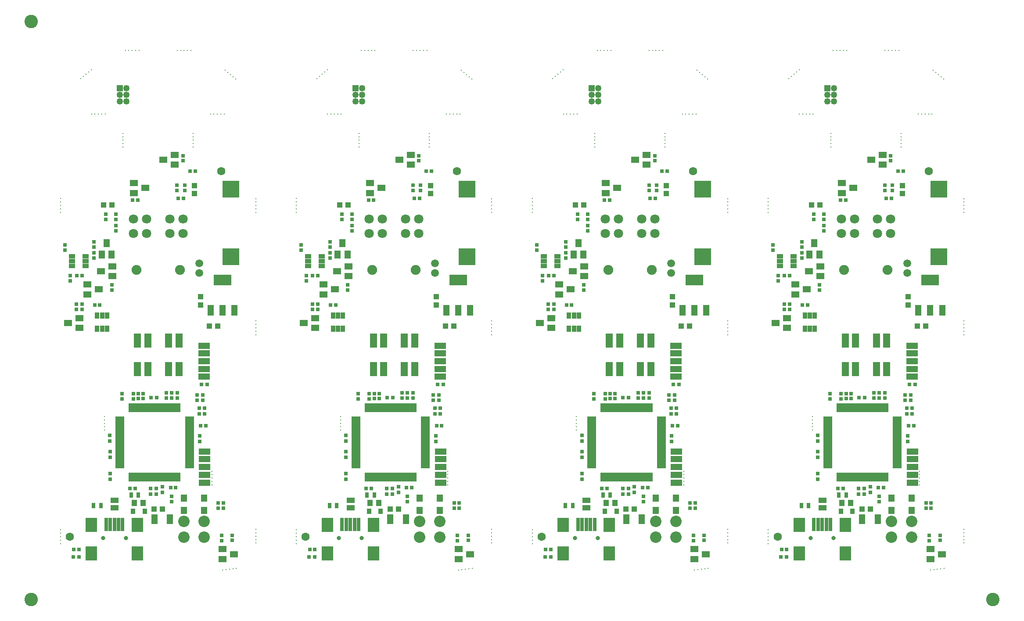
<source format=gbs>
G04*
G04 #@! TF.GenerationSoftware,Altium Limited,Altium Designer,18.0.9 (584)*
G04*
G04 Layer_Color=16711935*
%FSLAX44Y44*%
%MOMM*%
G71*
G01*
G75*
%ADD89C,2.6000*%
%ADD90R,2.2032X1.2222*%
%ADD92R,1.1032X1.1032*%
%ADD93R,0.8032X0.8032*%
%ADD94R,0.8032X0.8032*%
%ADD95R,1.1032X1.1032*%
%ADD108R,1.2032X1.6032*%
%ADD109R,0.8032X0.7032*%
%ADD111R,0.7032X0.8032*%
%ADD115R,1.2032X0.9032*%
%ADD116R,0.9032X1.2032*%
%ADD120C,1.6000*%
%ADD121R,1.6032X1.2032*%
%ADD129C,0.2032*%
%ADD130C,0.9032*%
%ADD131C,1.8034*%
%ADD132C,2.2032*%
%ADD133C,1.9024*%
%ADD134C,1.5028*%
%ADD135C,0.8032*%
%ADD136C,1.2532*%
%ADD137R,1.2532X1.2532*%
%ADD138R,0.8332X1.0332*%
%ADD139R,1.2032X1.9032*%
%ADD140R,0.8032X1.0032*%
%ADD141R,1.1032X1.2032*%
%ADD142R,0.5032X1.7032*%
%ADD143R,1.7032X0.5032*%
%ADD144R,3.2032X3.2032*%
%ADD145R,2.2032X2.7032*%
%ADD146R,0.7032X2.5032*%
%ADD147R,0.5032X1.0532*%
%ADD148R,3.4532X2.1032*%
%ADD149R,1.1532X2.1032*%
%ADD150R,1.3032X1.4532*%
%ADD151R,1.4032X2.7032*%
D89*
X70000Y70000D02*
D03*
X1925430D02*
D03*
X70000Y1185250D02*
D03*
D90*
X403893Y499691D02*
D03*
Y514691D02*
D03*
Y529691D02*
D03*
Y544691D02*
D03*
Y559691D02*
D03*
X404501Y355489D02*
D03*
Y340489D02*
D03*
Y325489D02*
D03*
Y310489D02*
D03*
Y295489D02*
D03*
X859000Y499691D02*
D03*
Y514691D02*
D03*
Y529691D02*
D03*
Y544691D02*
D03*
Y559691D02*
D03*
X859608Y355489D02*
D03*
Y340489D02*
D03*
Y325489D02*
D03*
Y310489D02*
D03*
Y295489D02*
D03*
X1314107Y499691D02*
D03*
Y514691D02*
D03*
Y529691D02*
D03*
Y544691D02*
D03*
Y559691D02*
D03*
X1314716Y355489D02*
D03*
Y340489D02*
D03*
Y325489D02*
D03*
Y310489D02*
D03*
Y295489D02*
D03*
X1769215Y499691D02*
D03*
Y514691D02*
D03*
Y529691D02*
D03*
Y544691D02*
D03*
Y559691D02*
D03*
X1769823Y355489D02*
D03*
Y340489D02*
D03*
Y325489D02*
D03*
Y310489D02*
D03*
Y295489D02*
D03*
D92*
X385351Y852742D02*
D03*
Y868742D02*
D03*
X396781Y638112D02*
D03*
Y654112D02*
D03*
X840458Y852742D02*
D03*
Y868742D02*
D03*
X851888Y638112D02*
D03*
Y654112D02*
D03*
X1295566Y852742D02*
D03*
Y868742D02*
D03*
X1306996Y638112D02*
D03*
Y654112D02*
D03*
X1750673Y852742D02*
D03*
Y868742D02*
D03*
X1762103Y638112D02*
D03*
Y654112D02*
D03*
D93*
X222029Y375222D02*
D03*
Y386222D02*
D03*
X222309Y355032D02*
D03*
Y344032D02*
D03*
X395501Y386000D02*
D03*
Y375000D02*
D03*
X222283Y301816D02*
D03*
Y312816D02*
D03*
X323501Y276250D02*
D03*
Y287250D02*
D03*
X677136Y375222D02*
D03*
Y386222D02*
D03*
X677416Y355032D02*
D03*
Y344032D02*
D03*
X850608Y386000D02*
D03*
Y375000D02*
D03*
X677390Y301816D02*
D03*
Y312816D02*
D03*
X778608Y276250D02*
D03*
Y287250D02*
D03*
X1132244Y375222D02*
D03*
Y386222D02*
D03*
X1132524Y355032D02*
D03*
Y344032D02*
D03*
X1305716Y386000D02*
D03*
Y375000D02*
D03*
X1132498Y301816D02*
D03*
Y312816D02*
D03*
X1233716Y276250D02*
D03*
Y287250D02*
D03*
X1587351Y375222D02*
D03*
Y386222D02*
D03*
X1587631Y355032D02*
D03*
Y344032D02*
D03*
X1760823Y386000D02*
D03*
Y375000D02*
D03*
X1587605Y301816D02*
D03*
Y312816D02*
D03*
X1688823Y276250D02*
D03*
Y287250D02*
D03*
D94*
X312301Y459200D02*
D03*
X301301D02*
D03*
X311751Y273000D02*
D03*
X300751D02*
D03*
X311751Y284500D02*
D03*
X300751D02*
D03*
X151250Y152065D02*
D03*
X162250D02*
D03*
X409813Y485204D02*
D03*
X398813D02*
D03*
X767408Y459200D02*
D03*
X756408D02*
D03*
X766858Y273000D02*
D03*
X755858D02*
D03*
X766858Y284500D02*
D03*
X755858D02*
D03*
X606358Y152065D02*
D03*
X617358D02*
D03*
X864920Y485204D02*
D03*
X853920D02*
D03*
X1222516Y459200D02*
D03*
X1211516D02*
D03*
X1221966Y273000D02*
D03*
X1210966D02*
D03*
X1221966Y284500D02*
D03*
X1210966D02*
D03*
X1061465Y152065D02*
D03*
X1072465D02*
D03*
X1320028Y485204D02*
D03*
X1309028D02*
D03*
X1677623Y459200D02*
D03*
X1666623D02*
D03*
X1677073Y273000D02*
D03*
X1666073D02*
D03*
X1677073Y284500D02*
D03*
X1666073D02*
D03*
X1516573Y152065D02*
D03*
X1527573D02*
D03*
X1775135Y485204D02*
D03*
X1764135D02*
D03*
D95*
X210091Y831152D02*
D03*
X226091D02*
D03*
X307501Y244500D02*
D03*
X323501D02*
D03*
X430079Y597270D02*
D03*
X414079D02*
D03*
X665198Y831152D02*
D03*
X681198D02*
D03*
X762608Y244500D02*
D03*
X778608D02*
D03*
X885186Y597270D02*
D03*
X869186D02*
D03*
X1120306Y831152D02*
D03*
X1136306D02*
D03*
X1217716Y244500D02*
D03*
X1233716D02*
D03*
X1340294Y597270D02*
D03*
X1324294D02*
D03*
X1575413Y831152D02*
D03*
X1591413D02*
D03*
X1672823Y244500D02*
D03*
X1688823D02*
D03*
X1795401Y597270D02*
D03*
X1779401D02*
D03*
D108*
X206051Y735700D02*
D03*
X225051D02*
D03*
X215551Y757700D02*
D03*
X661158Y735700D02*
D03*
X680158D02*
D03*
X670658Y757700D02*
D03*
X1116266Y735700D02*
D03*
X1135266D02*
D03*
X1125766Y757700D02*
D03*
X1571373Y735700D02*
D03*
X1590373D02*
D03*
X1580873Y757700D02*
D03*
D109*
X233501Y803250D02*
D03*
Y813250D02*
D03*
X362771Y916200D02*
D03*
Y926200D02*
D03*
X458051Y183950D02*
D03*
Y193950D02*
D03*
X437301Y193200D02*
D03*
Y183200D02*
D03*
X351595Y468492D02*
D03*
Y458492D02*
D03*
X340927Y468586D02*
D03*
Y458586D02*
D03*
X330513Y468492D02*
D03*
Y458492D02*
D03*
X267023Y467052D02*
D03*
Y457052D02*
D03*
X276773Y467302D02*
D03*
Y457302D02*
D03*
X286023Y467302D02*
D03*
Y457302D02*
D03*
X366301Y859200D02*
D03*
Y869200D02*
D03*
X351551Y859200D02*
D03*
Y869200D02*
D03*
X390251Y464750D02*
D03*
Y454750D02*
D03*
X401251Y464750D02*
D03*
Y454750D02*
D03*
X245651Y456662D02*
D03*
Y466662D02*
D03*
X233501Y781500D02*
D03*
Y791500D02*
D03*
X214251Y803250D02*
D03*
Y813250D02*
D03*
X145801Y694950D02*
D03*
Y684950D02*
D03*
X135301Y754200D02*
D03*
Y744200D02*
D03*
X225551Y676700D02*
D03*
Y666700D02*
D03*
X191301Y738950D02*
D03*
Y728950D02*
D03*
Y749700D02*
D03*
Y759700D02*
D03*
X168181Y629795D02*
D03*
Y639795D02*
D03*
X157513Y629795D02*
D03*
Y639795D02*
D03*
X340901Y258542D02*
D03*
Y268542D02*
D03*
X688608Y803250D02*
D03*
Y813250D02*
D03*
X817878Y916200D02*
D03*
Y926200D02*
D03*
X913158Y183950D02*
D03*
Y193950D02*
D03*
X892408Y193200D02*
D03*
Y183200D02*
D03*
X806702Y468492D02*
D03*
Y458492D02*
D03*
X796034Y468586D02*
D03*
Y458586D02*
D03*
X785620Y468492D02*
D03*
Y458492D02*
D03*
X722130Y467052D02*
D03*
Y457052D02*
D03*
X731880Y467302D02*
D03*
Y457302D02*
D03*
X741130Y467302D02*
D03*
Y457302D02*
D03*
X821408Y859200D02*
D03*
Y869200D02*
D03*
X806658Y859200D02*
D03*
Y869200D02*
D03*
X845358Y464750D02*
D03*
Y454750D02*
D03*
X856358Y464750D02*
D03*
Y454750D02*
D03*
X700758Y456662D02*
D03*
Y466662D02*
D03*
X688608Y781500D02*
D03*
Y791500D02*
D03*
X669358Y803250D02*
D03*
Y813250D02*
D03*
X600908Y694950D02*
D03*
Y684950D02*
D03*
X590408Y754200D02*
D03*
Y744200D02*
D03*
X680658Y676700D02*
D03*
Y666700D02*
D03*
X646408Y738950D02*
D03*
Y728950D02*
D03*
Y749700D02*
D03*
Y759700D02*
D03*
X623288Y629795D02*
D03*
Y639795D02*
D03*
X612620Y629795D02*
D03*
Y639795D02*
D03*
X796008Y258542D02*
D03*
Y268542D02*
D03*
X1143716Y803250D02*
D03*
Y813250D02*
D03*
X1272986Y916200D02*
D03*
Y926200D02*
D03*
X1368266Y183950D02*
D03*
Y193950D02*
D03*
X1347516Y193200D02*
D03*
Y183200D02*
D03*
X1261810Y468492D02*
D03*
Y458492D02*
D03*
X1251142Y468586D02*
D03*
Y458586D02*
D03*
X1240728Y468492D02*
D03*
Y458492D02*
D03*
X1177238Y467052D02*
D03*
Y457052D02*
D03*
X1186988Y467302D02*
D03*
Y457302D02*
D03*
X1196238Y467302D02*
D03*
Y457302D02*
D03*
X1276516Y859200D02*
D03*
Y869200D02*
D03*
X1261766Y859200D02*
D03*
Y869200D02*
D03*
X1300466Y464750D02*
D03*
Y454750D02*
D03*
X1311466Y464750D02*
D03*
Y454750D02*
D03*
X1155866Y456662D02*
D03*
Y466662D02*
D03*
X1143716Y781500D02*
D03*
Y791500D02*
D03*
X1124466Y803250D02*
D03*
Y813250D02*
D03*
X1056016Y694950D02*
D03*
Y684950D02*
D03*
X1045516Y754200D02*
D03*
Y744200D02*
D03*
X1135766Y676700D02*
D03*
Y666700D02*
D03*
X1101516Y738950D02*
D03*
Y728950D02*
D03*
Y749700D02*
D03*
Y759700D02*
D03*
X1078395Y629795D02*
D03*
Y639795D02*
D03*
X1067727Y629795D02*
D03*
Y639795D02*
D03*
X1251116Y258542D02*
D03*
Y268542D02*
D03*
X1598823Y803250D02*
D03*
Y813250D02*
D03*
X1728093Y916200D02*
D03*
Y926200D02*
D03*
X1823373Y183950D02*
D03*
Y193950D02*
D03*
X1802623Y193200D02*
D03*
Y183200D02*
D03*
X1716917Y468492D02*
D03*
Y458492D02*
D03*
X1706249Y468586D02*
D03*
Y458586D02*
D03*
X1695835Y468492D02*
D03*
Y458492D02*
D03*
X1632345Y467052D02*
D03*
Y457052D02*
D03*
X1642095Y467302D02*
D03*
Y457302D02*
D03*
X1651345Y467302D02*
D03*
Y457302D02*
D03*
X1731623Y859200D02*
D03*
Y869200D02*
D03*
X1716873Y859200D02*
D03*
Y869200D02*
D03*
X1755573Y464750D02*
D03*
Y454750D02*
D03*
X1766573Y464750D02*
D03*
Y454750D02*
D03*
X1610973Y456662D02*
D03*
Y466662D02*
D03*
X1598823Y781500D02*
D03*
Y791500D02*
D03*
X1579573Y803250D02*
D03*
Y813250D02*
D03*
X1511123Y694950D02*
D03*
Y684950D02*
D03*
X1500623Y754200D02*
D03*
Y744200D02*
D03*
X1590873Y676700D02*
D03*
Y666700D02*
D03*
X1556623Y738950D02*
D03*
Y728950D02*
D03*
Y749700D02*
D03*
Y759700D02*
D03*
X1533503Y629795D02*
D03*
Y639795D02*
D03*
X1522835Y629795D02*
D03*
Y639795D02*
D03*
X1706223Y258542D02*
D03*
Y268542D02*
D03*
D111*
X376801Y895950D02*
D03*
X386801D02*
D03*
X430751Y256315D02*
D03*
X440751D02*
D03*
X404173Y428360D02*
D03*
X394173D02*
D03*
X404173Y438774D02*
D03*
X394173D02*
D03*
X364051Y844200D02*
D03*
X354051D02*
D03*
X397001Y405500D02*
D03*
X407001D02*
D03*
X260751Y283750D02*
D03*
X270751D02*
D03*
X349001Y285750D02*
D03*
X339001D02*
D03*
X440751Y246315D02*
D03*
X430751D02*
D03*
X275743Y840348D02*
D03*
X265743D02*
D03*
X152205Y166486D02*
D03*
X162205D02*
D03*
X192501Y638250D02*
D03*
X202501D02*
D03*
X168051Y694950D02*
D03*
X158051D02*
D03*
X831908Y895950D02*
D03*
X841908D02*
D03*
X885858Y256315D02*
D03*
X895858D02*
D03*
X859280Y428360D02*
D03*
X849280D02*
D03*
X859280Y438774D02*
D03*
X849280D02*
D03*
X819158Y844200D02*
D03*
X809158D02*
D03*
X852108Y405500D02*
D03*
X862108D02*
D03*
X715858Y283750D02*
D03*
X725858D02*
D03*
X804108Y285750D02*
D03*
X794108D02*
D03*
X895858Y246315D02*
D03*
X885858D02*
D03*
X730850Y840348D02*
D03*
X720850D02*
D03*
X607312Y166486D02*
D03*
X617312D02*
D03*
X647608Y638250D02*
D03*
X657608D02*
D03*
X623158Y694950D02*
D03*
X613158D02*
D03*
X1287016Y895950D02*
D03*
X1297016D02*
D03*
X1340965Y256315D02*
D03*
X1350965D02*
D03*
X1314388Y428360D02*
D03*
X1304388D02*
D03*
X1314388Y438774D02*
D03*
X1304388D02*
D03*
X1274266Y844200D02*
D03*
X1264266D02*
D03*
X1307216Y405500D02*
D03*
X1317216D02*
D03*
X1170966Y283750D02*
D03*
X1180966D02*
D03*
X1259216Y285750D02*
D03*
X1249216D02*
D03*
X1350965Y246315D02*
D03*
X1340965D02*
D03*
X1185958Y840348D02*
D03*
X1175958D02*
D03*
X1062420Y166486D02*
D03*
X1072420D02*
D03*
X1102716Y638250D02*
D03*
X1112716D02*
D03*
X1078266Y694950D02*
D03*
X1068266D02*
D03*
X1742123Y895950D02*
D03*
X1752123D02*
D03*
X1796073Y256315D02*
D03*
X1806073D02*
D03*
X1769495Y428360D02*
D03*
X1759495D02*
D03*
X1769495Y438774D02*
D03*
X1759495D02*
D03*
X1729373Y844200D02*
D03*
X1719373D02*
D03*
X1762323Y405500D02*
D03*
X1772323D02*
D03*
X1626073Y283750D02*
D03*
X1636073D02*
D03*
X1714323Y285750D02*
D03*
X1704323D02*
D03*
X1806073Y246315D02*
D03*
X1796073D02*
D03*
X1641065Y840348D02*
D03*
X1631065D02*
D03*
X1517527Y166486D02*
D03*
X1527527D02*
D03*
X1557823Y638250D02*
D03*
X1567823D02*
D03*
X1533373Y694950D02*
D03*
X1523373D02*
D03*
D115*
X175051Y713450D02*
D03*
Y732450D02*
D03*
Y722950D02*
D03*
X149051Y732450D02*
D03*
Y722950D02*
D03*
Y713450D02*
D03*
X630158D02*
D03*
Y732450D02*
D03*
Y722950D02*
D03*
X604158Y732450D02*
D03*
Y722950D02*
D03*
Y713450D02*
D03*
X1085266D02*
D03*
Y732450D02*
D03*
Y722950D02*
D03*
X1059266Y732450D02*
D03*
Y722950D02*
D03*
Y713450D02*
D03*
X1540373D02*
D03*
Y732450D02*
D03*
Y722950D02*
D03*
X1514373Y732450D02*
D03*
Y722950D02*
D03*
Y713450D02*
D03*
D116*
X197315Y618098D02*
D03*
X206815D02*
D03*
X216315D02*
D03*
X206815Y592098D02*
D03*
X216315D02*
D03*
X197315D02*
D03*
X652422Y618098D02*
D03*
X661922D02*
D03*
X671422D02*
D03*
X661922Y592098D02*
D03*
X671422D02*
D03*
X652422D02*
D03*
X1107530Y618098D02*
D03*
X1117030D02*
D03*
X1126530D02*
D03*
X1117030Y592098D02*
D03*
X1126530D02*
D03*
X1107530D02*
D03*
X1562637Y618098D02*
D03*
X1572137D02*
D03*
X1581637D02*
D03*
X1572137Y592098D02*
D03*
X1581637D02*
D03*
X1562637D02*
D03*
D120*
X144523Y191052D02*
D03*
X436431Y896228D02*
D03*
X599630Y191052D02*
D03*
X891538Y896228D02*
D03*
X1054738Y191052D02*
D03*
X1346646Y896228D02*
D03*
X1509845Y191052D02*
D03*
X1801753Y896228D02*
D03*
D121*
X346925Y908826D02*
D03*
Y927826D02*
D03*
X324925Y918326D02*
D03*
X439551Y166950D02*
D03*
Y147950D02*
D03*
X461551Y157450D02*
D03*
X268301Y873200D02*
D03*
Y854200D02*
D03*
X290301Y863700D02*
D03*
X163051Y593699D02*
D03*
Y612700D02*
D03*
X141051Y603200D02*
D03*
X178551Y677700D02*
D03*
Y658700D02*
D03*
X200551Y668200D02*
D03*
X227059Y693941D02*
D03*
Y712942D02*
D03*
X205059Y703442D02*
D03*
X802032Y908826D02*
D03*
Y927826D02*
D03*
X780032Y918326D02*
D03*
X894658Y166950D02*
D03*
Y147950D02*
D03*
X916658Y157450D02*
D03*
X723408Y873200D02*
D03*
Y854200D02*
D03*
X745408Y863700D02*
D03*
X618158Y593699D02*
D03*
Y612700D02*
D03*
X596158Y603200D02*
D03*
X633658Y677700D02*
D03*
Y658700D02*
D03*
X655658Y668200D02*
D03*
X682166Y693941D02*
D03*
Y712942D02*
D03*
X660166Y703442D02*
D03*
X1257140Y908826D02*
D03*
Y927826D02*
D03*
X1235140Y918326D02*
D03*
X1349766Y166950D02*
D03*
Y147950D02*
D03*
X1371766Y157450D02*
D03*
X1178516Y873200D02*
D03*
Y854200D02*
D03*
X1200516Y863700D02*
D03*
X1073266Y593699D02*
D03*
Y612700D02*
D03*
X1051266Y603200D02*
D03*
X1088766Y677700D02*
D03*
Y658700D02*
D03*
X1110766Y668200D02*
D03*
X1137274Y693941D02*
D03*
Y712942D02*
D03*
X1115274Y703442D02*
D03*
X1712247Y908826D02*
D03*
Y927826D02*
D03*
X1690247Y918326D02*
D03*
X1804873Y166950D02*
D03*
Y147950D02*
D03*
X1826873Y157450D02*
D03*
X1633623Y873200D02*
D03*
Y854200D02*
D03*
X1655623Y863700D02*
D03*
X1528373Y593699D02*
D03*
Y612700D02*
D03*
X1506373Y603200D02*
D03*
X1543873Y677700D02*
D03*
Y658700D02*
D03*
X1565873Y668200D02*
D03*
X1592381Y693941D02*
D03*
Y712942D02*
D03*
X1570381Y703442D02*
D03*
D129*
X465714Y129808D02*
D03*
X459125Y129116D02*
D03*
X445948Y127731D02*
D03*
X452537Y128423D02*
D03*
X439359Y127038D02*
D03*
X503500Y205250D02*
D03*
Y198625D02*
D03*
Y185375D02*
D03*
Y192000D02*
D03*
Y178750D02*
D03*
Y607250D02*
D03*
Y600625D02*
D03*
Y587375D02*
D03*
Y594000D02*
D03*
Y580750D02*
D03*
Y843250D02*
D03*
Y836625D02*
D03*
Y823375D02*
D03*
Y830000D02*
D03*
Y816750D02*
D03*
X806857Y1128750D02*
D03*
X813482D02*
D03*
X826731D02*
D03*
X820106D02*
D03*
X833356D02*
D03*
X706857D02*
D03*
X713482D02*
D03*
X726732D02*
D03*
X720107D02*
D03*
X733357D02*
D03*
X620956Y1074553D02*
D03*
X626031Y1078811D02*
D03*
X636181Y1087328D02*
D03*
X631106Y1083070D02*
D03*
X641257Y1091587D02*
D03*
X899708Y1090956D02*
D03*
X904783Y1086697D02*
D03*
X914933Y1078181D02*
D03*
X909858Y1082439D02*
D03*
X920008Y1073922D02*
D03*
X897607Y1006750D02*
D03*
X890983D02*
D03*
X877732D02*
D03*
X884358D02*
D03*
X871107D02*
D03*
X668108D02*
D03*
X661482D02*
D03*
X648232D02*
D03*
X654857D02*
D03*
X641608D02*
D03*
X837858Y969250D02*
D03*
Y962625D02*
D03*
Y949375D02*
D03*
Y956000D02*
D03*
Y942750D02*
D03*
X702357D02*
D03*
Y949375D02*
D03*
Y962625D02*
D03*
Y956000D02*
D03*
Y969250D02*
D03*
X666608Y396500D02*
D03*
Y403125D02*
D03*
Y416375D02*
D03*
Y409750D02*
D03*
Y423000D02*
D03*
X873607Y317500D02*
D03*
Y310875D02*
D03*
Y297625D02*
D03*
Y304250D02*
D03*
Y291000D02*
D03*
X581608Y177750D02*
D03*
Y184375D02*
D03*
Y197625D02*
D03*
Y191000D02*
D03*
Y204250D02*
D03*
Y817000D02*
D03*
Y823625D02*
D03*
Y836875D02*
D03*
Y830250D02*
D03*
Y843500D02*
D03*
X126500Y817000D02*
D03*
Y823625D02*
D03*
Y836875D02*
D03*
Y830250D02*
D03*
Y843500D02*
D03*
Y177750D02*
D03*
Y184375D02*
D03*
Y197625D02*
D03*
Y191000D02*
D03*
Y204250D02*
D03*
X418500Y317500D02*
D03*
Y310875D02*
D03*
Y297625D02*
D03*
Y304250D02*
D03*
Y291000D02*
D03*
X211500Y396500D02*
D03*
Y403125D02*
D03*
Y416375D02*
D03*
Y409750D02*
D03*
Y423000D02*
D03*
X247250Y942750D02*
D03*
Y949375D02*
D03*
Y962625D02*
D03*
Y956000D02*
D03*
Y969250D02*
D03*
X382750D02*
D03*
Y962625D02*
D03*
Y949375D02*
D03*
Y956000D02*
D03*
Y942750D02*
D03*
X213000Y1006750D02*
D03*
X206375D02*
D03*
X193125D02*
D03*
X199750D02*
D03*
X186500D02*
D03*
X442500D02*
D03*
X435875D02*
D03*
X422625D02*
D03*
X429250D02*
D03*
X416000D02*
D03*
X444601Y1090956D02*
D03*
X449676Y1086697D02*
D03*
X459826Y1078181D02*
D03*
X454751Y1082439D02*
D03*
X464901Y1073922D02*
D03*
X165849Y1074553D02*
D03*
X170924Y1078811D02*
D03*
X181074Y1087328D02*
D03*
X175999Y1083070D02*
D03*
X186149Y1091587D02*
D03*
X251749Y1128750D02*
D03*
X258374D02*
D03*
X271624D02*
D03*
X264999D02*
D03*
X278249D02*
D03*
X351749D02*
D03*
X358374D02*
D03*
X371624D02*
D03*
X364999D02*
D03*
X378249D02*
D03*
X958607Y607250D02*
D03*
Y600625D02*
D03*
Y587375D02*
D03*
Y594000D02*
D03*
Y580750D02*
D03*
Y843250D02*
D03*
Y836625D02*
D03*
Y823375D02*
D03*
Y830000D02*
D03*
Y816750D02*
D03*
Y205250D02*
D03*
Y198625D02*
D03*
Y185375D02*
D03*
Y192000D02*
D03*
Y178750D02*
D03*
X1413716Y205250D02*
D03*
Y198625D02*
D03*
Y185375D02*
D03*
Y192000D02*
D03*
Y178750D02*
D03*
Y843250D02*
D03*
Y836625D02*
D03*
Y823375D02*
D03*
Y830000D02*
D03*
Y816750D02*
D03*
Y607250D02*
D03*
Y600625D02*
D03*
Y587375D02*
D03*
Y594000D02*
D03*
Y580750D02*
D03*
X1261964Y1128750D02*
D03*
X1268589D02*
D03*
X1281839D02*
D03*
X1275214D02*
D03*
X1288465D02*
D03*
X1161965D02*
D03*
X1168590D02*
D03*
X1181840D02*
D03*
X1175215D02*
D03*
X1188465D02*
D03*
X1076064Y1074553D02*
D03*
X1081140Y1078811D02*
D03*
X1091290Y1087328D02*
D03*
X1086215Y1083070D02*
D03*
X1096365Y1091587D02*
D03*
X1354816Y1090956D02*
D03*
X1359892Y1086697D02*
D03*
X1370042Y1078181D02*
D03*
X1364966Y1082439D02*
D03*
X1375117Y1073922D02*
D03*
X1352715Y1006750D02*
D03*
X1346091D02*
D03*
X1332841D02*
D03*
X1339465D02*
D03*
X1326216D02*
D03*
X1123215D02*
D03*
X1116590D02*
D03*
X1103341D02*
D03*
X1109966D02*
D03*
X1096715D02*
D03*
X1292966Y969250D02*
D03*
Y962625D02*
D03*
Y949375D02*
D03*
Y956000D02*
D03*
Y942750D02*
D03*
X1157466D02*
D03*
Y949375D02*
D03*
Y962625D02*
D03*
Y956000D02*
D03*
Y969250D02*
D03*
X1121715Y396500D02*
D03*
Y403125D02*
D03*
Y416375D02*
D03*
Y409750D02*
D03*
Y423000D02*
D03*
X1328716Y317500D02*
D03*
Y310875D02*
D03*
Y297625D02*
D03*
Y304250D02*
D03*
Y291000D02*
D03*
X1036715Y177750D02*
D03*
Y184375D02*
D03*
Y197625D02*
D03*
Y191000D02*
D03*
Y204250D02*
D03*
Y817000D02*
D03*
Y823625D02*
D03*
Y836875D02*
D03*
Y830250D02*
D03*
Y843500D02*
D03*
X1868823Y205250D02*
D03*
Y198625D02*
D03*
Y185375D02*
D03*
Y192000D02*
D03*
Y178750D02*
D03*
Y843250D02*
D03*
Y836625D02*
D03*
Y823375D02*
D03*
Y830000D02*
D03*
Y816750D02*
D03*
Y607250D02*
D03*
Y600625D02*
D03*
Y587375D02*
D03*
Y594000D02*
D03*
Y580750D02*
D03*
X1717072Y1128750D02*
D03*
X1723697D02*
D03*
X1736947D02*
D03*
X1730322D02*
D03*
X1743572D02*
D03*
X1617072D02*
D03*
X1623697D02*
D03*
X1636947D02*
D03*
X1630322D02*
D03*
X1643572D02*
D03*
X1531172Y1074553D02*
D03*
X1536247Y1078811D02*
D03*
X1546397Y1087328D02*
D03*
X1541322Y1083070D02*
D03*
X1551472Y1091587D02*
D03*
X1809924Y1090956D02*
D03*
X1814999Y1086697D02*
D03*
X1825149Y1078181D02*
D03*
X1820074Y1082439D02*
D03*
X1830224Y1073922D02*
D03*
X1807823Y1006750D02*
D03*
X1801198D02*
D03*
X1787948D02*
D03*
X1794573D02*
D03*
X1781323D02*
D03*
X1578323D02*
D03*
X1571698D02*
D03*
X1558448D02*
D03*
X1565073D02*
D03*
X1551823D02*
D03*
X1748073Y969250D02*
D03*
Y962625D02*
D03*
Y949375D02*
D03*
Y956000D02*
D03*
Y942750D02*
D03*
X1612573D02*
D03*
Y949375D02*
D03*
Y962625D02*
D03*
Y956000D02*
D03*
Y969250D02*
D03*
X1576823Y396500D02*
D03*
Y403125D02*
D03*
Y416375D02*
D03*
Y409750D02*
D03*
Y423000D02*
D03*
X1783823Y317500D02*
D03*
Y310875D02*
D03*
Y297625D02*
D03*
Y304250D02*
D03*
Y291000D02*
D03*
X1491823Y177750D02*
D03*
Y184375D02*
D03*
Y197625D02*
D03*
Y191000D02*
D03*
Y204250D02*
D03*
Y817000D02*
D03*
Y823625D02*
D03*
Y836875D02*
D03*
Y830250D02*
D03*
Y843500D02*
D03*
X920822Y129808D02*
D03*
X914233Y129116D02*
D03*
X901055Y127731D02*
D03*
X907644Y128423D02*
D03*
X894467Y127038D02*
D03*
X1375929Y129808D02*
D03*
X1369340Y129116D02*
D03*
X1356163Y127731D02*
D03*
X1362752Y128423D02*
D03*
X1349574Y127038D02*
D03*
X1831036Y129808D02*
D03*
X1824448Y129116D02*
D03*
X1811270Y127731D02*
D03*
X1817859Y128423D02*
D03*
X1804682Y127038D02*
D03*
D130*
X403893Y499691D02*
D03*
Y514691D02*
D03*
Y529691D02*
D03*
Y544691D02*
D03*
Y559691D02*
D03*
X404501Y355489D02*
D03*
Y340489D02*
D03*
Y325489D02*
D03*
Y310489D02*
D03*
Y295489D02*
D03*
X859000Y499691D02*
D03*
Y514691D02*
D03*
Y529691D02*
D03*
Y544691D02*
D03*
Y559691D02*
D03*
X859608Y355489D02*
D03*
Y340489D02*
D03*
Y325489D02*
D03*
Y310489D02*
D03*
Y295489D02*
D03*
X1314107Y499691D02*
D03*
Y514691D02*
D03*
Y529691D02*
D03*
Y544691D02*
D03*
Y559691D02*
D03*
X1314716Y355489D02*
D03*
Y340489D02*
D03*
Y325489D02*
D03*
Y310489D02*
D03*
Y295489D02*
D03*
X1769215Y499691D02*
D03*
Y514691D02*
D03*
Y529691D02*
D03*
Y544691D02*
D03*
Y559691D02*
D03*
X1769823Y355489D02*
D03*
Y340489D02*
D03*
Y325489D02*
D03*
Y310489D02*
D03*
Y295489D02*
D03*
D131*
X267313Y804012D02*
D03*
Y776012D02*
D03*
X292713Y804012D02*
D03*
Y776012D02*
D03*
X362713D02*
D03*
Y804012D02*
D03*
X337313Y776012D02*
D03*
Y804012D02*
D03*
X722420D02*
D03*
Y776012D02*
D03*
X747820Y804012D02*
D03*
Y776012D02*
D03*
X817820D02*
D03*
Y804012D02*
D03*
X792420Y776012D02*
D03*
Y804012D02*
D03*
X1177528D02*
D03*
Y776012D02*
D03*
X1202928Y804012D02*
D03*
Y776012D02*
D03*
X1272928D02*
D03*
Y804012D02*
D03*
X1247528Y776012D02*
D03*
Y804012D02*
D03*
X1632635D02*
D03*
Y776012D02*
D03*
X1658035Y804012D02*
D03*
Y776012D02*
D03*
X1728035D02*
D03*
Y804012D02*
D03*
X1702635Y776012D02*
D03*
Y804012D02*
D03*
D132*
X403501Y190550D02*
D03*
Y220250D02*
D03*
X364501Y190550D02*
D03*
Y220250D02*
D03*
X858608Y190550D02*
D03*
Y220250D02*
D03*
X819608Y190550D02*
D03*
Y220250D02*
D03*
X1313716Y190550D02*
D03*
Y220250D02*
D03*
X1274716Y190550D02*
D03*
Y220250D02*
D03*
X1768823Y190550D02*
D03*
Y220250D02*
D03*
X1729823Y190550D02*
D03*
Y220250D02*
D03*
D133*
X357011Y706210D02*
D03*
X273011D02*
D03*
X812118D02*
D03*
X728118D02*
D03*
X1267226D02*
D03*
X1183226D02*
D03*
X1722333D02*
D03*
X1638333D02*
D03*
D134*
X394273Y699553D02*
D03*
Y718552D02*
D03*
X849380Y699553D02*
D03*
Y718552D02*
D03*
X1304488Y699553D02*
D03*
Y718552D02*
D03*
X1759595Y699553D02*
D03*
Y718552D02*
D03*
D135*
X252573Y188302D02*
D03*
X208573D02*
D03*
X707680D02*
D03*
X663680D02*
D03*
X1162788D02*
D03*
X1118788D02*
D03*
X1617895D02*
D03*
X1573895D02*
D03*
D136*
X253570Y1056150D02*
D03*
Y1043450D02*
D03*
Y1030750D02*
D03*
X240870Y1043450D02*
D03*
Y1030750D02*
D03*
X708569Y1056150D02*
D03*
Y1043450D02*
D03*
Y1030750D02*
D03*
X695869Y1043450D02*
D03*
Y1030750D02*
D03*
X1163568Y1056150D02*
D03*
Y1043450D02*
D03*
Y1030750D02*
D03*
X1150868Y1043450D02*
D03*
Y1030750D02*
D03*
X1618567Y1056150D02*
D03*
Y1043450D02*
D03*
Y1030750D02*
D03*
X1605867Y1043450D02*
D03*
Y1030750D02*
D03*
D137*
X240870Y1056150D02*
D03*
X695869D02*
D03*
X1150868D02*
D03*
X1605867D02*
D03*
D138*
X266751Y240500D02*
D03*
X289051D02*
D03*
X721858D02*
D03*
X744158D02*
D03*
X1176966D02*
D03*
X1199266D02*
D03*
X1632073D02*
D03*
X1654373D02*
D03*
D139*
X307867Y225108D02*
D03*
X337867D02*
D03*
X762974D02*
D03*
X792974D02*
D03*
X1218082D02*
D03*
X1248082D02*
D03*
X1673189D02*
D03*
X1703189D02*
D03*
D140*
X277001Y271250D02*
D03*
X263001D02*
D03*
X204533Y251270D02*
D03*
X190533D02*
D03*
X732108Y271250D02*
D03*
X718108D02*
D03*
X659640Y251270D02*
D03*
X645640D02*
D03*
X1187216Y271250D02*
D03*
X1173216D02*
D03*
X1114748Y251270D02*
D03*
X1100748D02*
D03*
X1642323Y271250D02*
D03*
X1628323D02*
D03*
X1569855Y251270D02*
D03*
X1555855D02*
D03*
D141*
X285751Y256500D02*
D03*
X268751D02*
D03*
X740858D02*
D03*
X723858D02*
D03*
X1195966D02*
D03*
X1178966D02*
D03*
X1651073D02*
D03*
X1634073D02*
D03*
D142*
X355809Y305790D02*
D03*
X350809D02*
D03*
X340809D02*
D03*
X345809D02*
D03*
X325809D02*
D03*
X320809D02*
D03*
X330809D02*
D03*
X335809D02*
D03*
X295809D02*
D03*
X290809D02*
D03*
X280809D02*
D03*
X285809D02*
D03*
X305809D02*
D03*
X300809D02*
D03*
X310809D02*
D03*
X315809D02*
D03*
X265809D02*
D03*
X260809D02*
D03*
X270809D02*
D03*
X275809D02*
D03*
Y439790D02*
D03*
X270809D02*
D03*
X260809D02*
D03*
X265809D02*
D03*
X315809D02*
D03*
X310809D02*
D03*
X300809D02*
D03*
X305809D02*
D03*
X285809D02*
D03*
X280809D02*
D03*
X290809D02*
D03*
X295809D02*
D03*
X335809D02*
D03*
X330809D02*
D03*
X320809D02*
D03*
X325809D02*
D03*
X345809D02*
D03*
X340809D02*
D03*
X350809D02*
D03*
X355809D02*
D03*
X810916Y305790D02*
D03*
X805916D02*
D03*
X795916D02*
D03*
X800916D02*
D03*
X780916D02*
D03*
X775916D02*
D03*
X785916D02*
D03*
X790916D02*
D03*
X750916D02*
D03*
X745916D02*
D03*
X735916D02*
D03*
X740916D02*
D03*
X760916D02*
D03*
X755916D02*
D03*
X765916D02*
D03*
X770916D02*
D03*
X720916D02*
D03*
X715916D02*
D03*
X725916D02*
D03*
X730916D02*
D03*
Y439790D02*
D03*
X725916D02*
D03*
X715916D02*
D03*
X720916D02*
D03*
X770916D02*
D03*
X765916D02*
D03*
X755916D02*
D03*
X760916D02*
D03*
X740916D02*
D03*
X735916D02*
D03*
X745916D02*
D03*
X750916D02*
D03*
X790916D02*
D03*
X785916D02*
D03*
X775916D02*
D03*
X780916D02*
D03*
X800916D02*
D03*
X795916D02*
D03*
X805916D02*
D03*
X810916D02*
D03*
X1266024Y305790D02*
D03*
X1261024D02*
D03*
X1251024D02*
D03*
X1256024D02*
D03*
X1236024D02*
D03*
X1231024D02*
D03*
X1241024D02*
D03*
X1246024D02*
D03*
X1206024D02*
D03*
X1201024D02*
D03*
X1191024D02*
D03*
X1196024D02*
D03*
X1216024D02*
D03*
X1211024D02*
D03*
X1221024D02*
D03*
X1226024D02*
D03*
X1176024D02*
D03*
X1171024D02*
D03*
X1181024D02*
D03*
X1186024D02*
D03*
Y439790D02*
D03*
X1181024D02*
D03*
X1171024D02*
D03*
X1176024D02*
D03*
X1226024D02*
D03*
X1221024D02*
D03*
X1211024D02*
D03*
X1216024D02*
D03*
X1196024D02*
D03*
X1191024D02*
D03*
X1201024D02*
D03*
X1206024D02*
D03*
X1246024D02*
D03*
X1241024D02*
D03*
X1231024D02*
D03*
X1236024D02*
D03*
X1256024D02*
D03*
X1251024D02*
D03*
X1261024D02*
D03*
X1266024D02*
D03*
X1721131Y305790D02*
D03*
X1716131D02*
D03*
X1706131D02*
D03*
X1711131D02*
D03*
X1691131D02*
D03*
X1686131D02*
D03*
X1696131D02*
D03*
X1701131D02*
D03*
X1661131D02*
D03*
X1656131D02*
D03*
X1646131D02*
D03*
X1651131D02*
D03*
X1671131D02*
D03*
X1666131D02*
D03*
X1676131D02*
D03*
X1681131D02*
D03*
X1631131D02*
D03*
X1626131D02*
D03*
X1636131D02*
D03*
X1641131D02*
D03*
Y439790D02*
D03*
X1636131D02*
D03*
X1626131D02*
D03*
X1631131D02*
D03*
X1681131D02*
D03*
X1676131D02*
D03*
X1666131D02*
D03*
X1671131D02*
D03*
X1651131D02*
D03*
X1646131D02*
D03*
X1656131D02*
D03*
X1661131D02*
D03*
X1701131D02*
D03*
X1696131D02*
D03*
X1686131D02*
D03*
X1691131D02*
D03*
X1711131D02*
D03*
X1706131D02*
D03*
X1716131D02*
D03*
X1721131D02*
D03*
D143*
X375309Y405289D02*
D03*
Y410289D02*
D03*
Y420289D02*
D03*
Y415289D02*
D03*
Y365289D02*
D03*
Y370289D02*
D03*
Y380289D02*
D03*
Y375289D02*
D03*
Y395289D02*
D03*
Y400289D02*
D03*
Y390289D02*
D03*
Y385289D02*
D03*
Y345289D02*
D03*
Y350289D02*
D03*
Y360289D02*
D03*
Y355289D02*
D03*
Y335290D02*
D03*
Y340289D02*
D03*
Y330290D02*
D03*
Y325290D02*
D03*
X241309Y405289D02*
D03*
Y410289D02*
D03*
Y420289D02*
D03*
Y415289D02*
D03*
Y365289D02*
D03*
Y370289D02*
D03*
Y380289D02*
D03*
Y375289D02*
D03*
Y395289D02*
D03*
Y400289D02*
D03*
Y390289D02*
D03*
Y385289D02*
D03*
Y345289D02*
D03*
Y350289D02*
D03*
Y360289D02*
D03*
Y355289D02*
D03*
Y335290D02*
D03*
Y340289D02*
D03*
Y330290D02*
D03*
Y325290D02*
D03*
X830416Y405289D02*
D03*
Y410289D02*
D03*
Y420289D02*
D03*
Y415289D02*
D03*
Y365289D02*
D03*
Y370289D02*
D03*
Y380289D02*
D03*
Y375289D02*
D03*
Y395289D02*
D03*
Y400289D02*
D03*
Y390289D02*
D03*
Y385289D02*
D03*
Y345289D02*
D03*
Y350289D02*
D03*
Y360289D02*
D03*
Y355289D02*
D03*
Y335290D02*
D03*
Y340289D02*
D03*
Y330290D02*
D03*
Y325290D02*
D03*
X696416Y405289D02*
D03*
Y410289D02*
D03*
Y420289D02*
D03*
Y415289D02*
D03*
Y365289D02*
D03*
Y370289D02*
D03*
Y380289D02*
D03*
Y375289D02*
D03*
Y395289D02*
D03*
Y400289D02*
D03*
Y390289D02*
D03*
Y385289D02*
D03*
Y345289D02*
D03*
Y350289D02*
D03*
Y360289D02*
D03*
Y355289D02*
D03*
Y335290D02*
D03*
Y340289D02*
D03*
Y330290D02*
D03*
Y325290D02*
D03*
X1285524Y405289D02*
D03*
Y410289D02*
D03*
Y420289D02*
D03*
Y415289D02*
D03*
Y365289D02*
D03*
Y370289D02*
D03*
Y380289D02*
D03*
Y375289D02*
D03*
Y395289D02*
D03*
Y400289D02*
D03*
Y390289D02*
D03*
Y385289D02*
D03*
Y345289D02*
D03*
Y350289D02*
D03*
Y360289D02*
D03*
Y355289D02*
D03*
Y335290D02*
D03*
Y340289D02*
D03*
Y330290D02*
D03*
Y325290D02*
D03*
X1151524Y405289D02*
D03*
Y410289D02*
D03*
Y420289D02*
D03*
Y415289D02*
D03*
Y365289D02*
D03*
Y370289D02*
D03*
Y380289D02*
D03*
Y375289D02*
D03*
Y395289D02*
D03*
Y400289D02*
D03*
Y390289D02*
D03*
Y385289D02*
D03*
Y345289D02*
D03*
Y350289D02*
D03*
Y360289D02*
D03*
Y355289D02*
D03*
Y335290D02*
D03*
Y340289D02*
D03*
Y330290D02*
D03*
Y325290D02*
D03*
X1740631Y405289D02*
D03*
Y410289D02*
D03*
Y420289D02*
D03*
Y415289D02*
D03*
Y365289D02*
D03*
Y370289D02*
D03*
Y380289D02*
D03*
Y375289D02*
D03*
Y395289D02*
D03*
Y400289D02*
D03*
Y390289D02*
D03*
Y385289D02*
D03*
Y345289D02*
D03*
Y350289D02*
D03*
Y360289D02*
D03*
Y355289D02*
D03*
Y335290D02*
D03*
Y340289D02*
D03*
Y330290D02*
D03*
Y325290D02*
D03*
X1606631Y405289D02*
D03*
Y410289D02*
D03*
Y420289D02*
D03*
Y415289D02*
D03*
Y365289D02*
D03*
Y370289D02*
D03*
Y380289D02*
D03*
Y375289D02*
D03*
Y395289D02*
D03*
Y400289D02*
D03*
Y390289D02*
D03*
Y385289D02*
D03*
Y345289D02*
D03*
Y350289D02*
D03*
Y360289D02*
D03*
Y355289D02*
D03*
Y335290D02*
D03*
Y340289D02*
D03*
Y330290D02*
D03*
Y325290D02*
D03*
D144*
X455551Y731200D02*
D03*
X455551Y861200D02*
D03*
X910658Y731200D02*
D03*
X910658Y861200D02*
D03*
X1365766Y731200D02*
D03*
X1365766Y861200D02*
D03*
X1820873Y731200D02*
D03*
X1820873Y861200D02*
D03*
D145*
X186073Y158802D02*
D03*
Y213802D02*
D03*
X275073Y158802D02*
D03*
Y213802D02*
D03*
X641180Y158802D02*
D03*
Y213802D02*
D03*
X730180Y158802D02*
D03*
Y213802D02*
D03*
X1096288Y158802D02*
D03*
Y213802D02*
D03*
X1185288Y158802D02*
D03*
Y213802D02*
D03*
X1551395Y158802D02*
D03*
Y213802D02*
D03*
X1640395Y158802D02*
D03*
Y213802D02*
D03*
D146*
X230573Y214802D02*
D03*
X222573D02*
D03*
X214573D02*
D03*
X238573D02*
D03*
X246573D02*
D03*
X685680D02*
D03*
X677680D02*
D03*
X669680D02*
D03*
X693680D02*
D03*
X701680D02*
D03*
X1140788D02*
D03*
X1132788D02*
D03*
X1124788D02*
D03*
X1148788D02*
D03*
X1156788D02*
D03*
X1595895D02*
D03*
X1587895D02*
D03*
X1579895D02*
D03*
X1603895D02*
D03*
X1611895D02*
D03*
D147*
X226093Y246930D02*
D03*
X231093D02*
D03*
X236093D02*
D03*
Y261430D02*
D03*
X231093D02*
D03*
X226093D02*
D03*
X681200Y246930D02*
D03*
X686200D02*
D03*
X691200D02*
D03*
Y261430D02*
D03*
X686200D02*
D03*
X681200D02*
D03*
X1136308Y246930D02*
D03*
X1141308D02*
D03*
X1146308D02*
D03*
Y261430D02*
D03*
X1141308D02*
D03*
X1136308D02*
D03*
X1591415Y246930D02*
D03*
X1596415D02*
D03*
X1601415D02*
D03*
Y261430D02*
D03*
X1596415D02*
D03*
X1591415D02*
D03*
D148*
X439051Y685950D02*
D03*
X894158D02*
D03*
X1349266D02*
D03*
X1804373D02*
D03*
D149*
X416051Y627950D02*
D03*
X439051D02*
D03*
X462051D02*
D03*
X871158D02*
D03*
X894158D02*
D03*
X917158D02*
D03*
X1326266D02*
D03*
X1349266D02*
D03*
X1372266D02*
D03*
X1781373D02*
D03*
X1804373D02*
D03*
X1827373D02*
D03*
D150*
X403551Y265200D02*
D03*
Y241700D02*
D03*
X364551Y265200D02*
D03*
Y241700D02*
D03*
X858658Y265200D02*
D03*
Y241700D02*
D03*
X819658Y265200D02*
D03*
Y241700D02*
D03*
X1313766Y265200D02*
D03*
Y241700D02*
D03*
X1274766Y265200D02*
D03*
Y241700D02*
D03*
X1768873Y265200D02*
D03*
Y241700D02*
D03*
X1729873Y265200D02*
D03*
Y241700D02*
D03*
D151*
X355053Y514702D02*
D03*
X335053D02*
D03*
X275053D02*
D03*
X295053D02*
D03*
Y569702D02*
D03*
X275053D02*
D03*
X335053D02*
D03*
X355053D02*
D03*
X810160Y514702D02*
D03*
X790160D02*
D03*
X730160D02*
D03*
X750160D02*
D03*
Y569702D02*
D03*
X730160D02*
D03*
X790160D02*
D03*
X810160D02*
D03*
X1265268Y514702D02*
D03*
X1245268D02*
D03*
X1185268D02*
D03*
X1205268D02*
D03*
Y569702D02*
D03*
X1185268D02*
D03*
X1245268D02*
D03*
X1265268D02*
D03*
X1720375Y514702D02*
D03*
X1700375D02*
D03*
X1640375D02*
D03*
X1660375D02*
D03*
Y569702D02*
D03*
X1640375D02*
D03*
X1700375D02*
D03*
X1720375D02*
D03*
M02*

</source>
